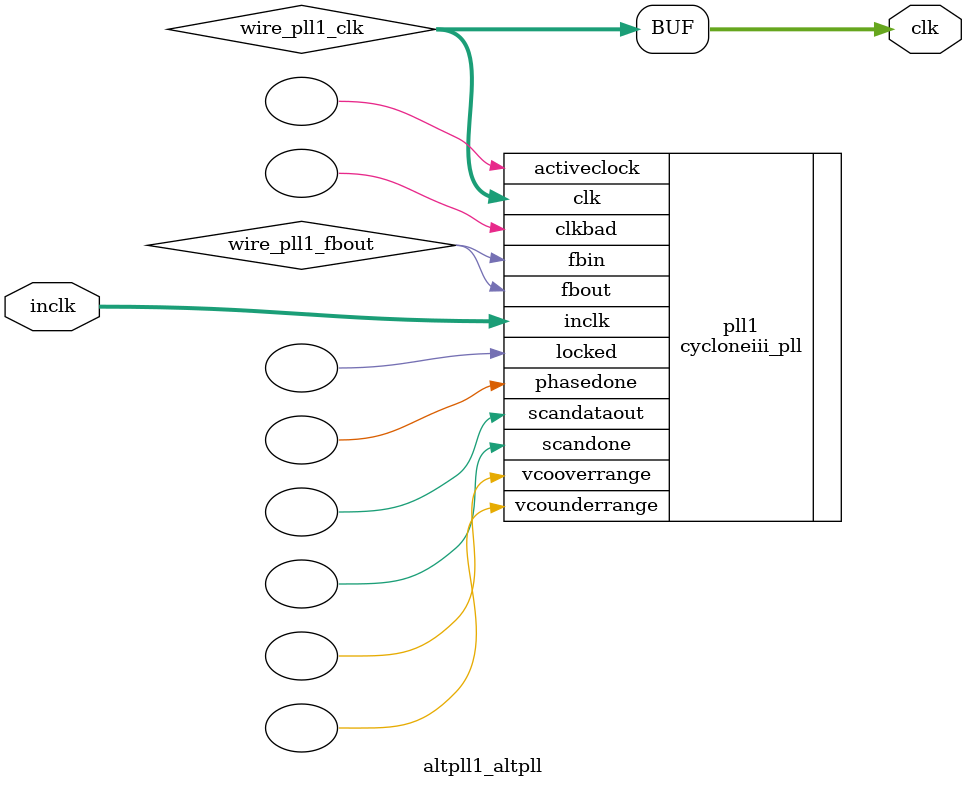
<source format=v>






//synthesis_resources = cycloneiii_pll 1 
//synopsys translate_off
`timescale 1 ps / 1 ps
//synopsys translate_on
module  altpll1_altpll
	( 
	clk,
	inclk) /* synthesis synthesis_clearbox=1 */;
	output   [4:0]  clk;
	input   [1:0]  inclk;
`ifndef ALTERA_RESERVED_QIS
// synopsys translate_off
`endif
	tri0   [1:0]  inclk;
`ifndef ALTERA_RESERVED_QIS
// synopsys translate_on
`endif

	wire  [4:0]   wire_pll1_clk;
	wire  wire_pll1_fbout;

	cycloneiii_pll   pll1
	( 
	.activeclock(),
	.clk(wire_pll1_clk),
	.clkbad(),
	.fbin(wire_pll1_fbout),
	.fbout(wire_pll1_fbout),
	.inclk(inclk),
	.locked(),
	.phasedone(),
	.scandataout(),
	.scandone(),
	.vcooverrange(),
	.vcounderrange()
	`ifndef FORMAL_VERIFICATION
	// synopsys translate_off
	`endif
	,
	.areset(1'b0),
	.clkswitch(1'b0),
	.configupdate(1'b0),
	.pfdena(1'b1),
	.phasecounterselect({3{1'b0}}),
	.phasestep(1'b0),
	.phaseupdown(1'b0),
	.scanclk(1'b0),
	.scanclkena(1'b1),
	.scandata(1'b0)
	`ifndef FORMAL_VERIFICATION
	// synopsys translate_on
	`endif
	);
	defparam
		pll1.bandwidth_type = "auto",
		pll1.clk0_divide_by = 1,
		pll1.clk0_duty_cycle = 50,
		pll1.clk0_multiply_by = 13,
		pll1.clk0_phase_shift = "0",
		pll1.compensate_clock = "clk0",
		pll1.inclk0_input_frequency = 10000,
		pll1.operation_mode = "normal",
		pll1.pll_type = "auto",
		pll1.lpm_type = "cycloneiii_pll";
	assign
		clk = {wire_pll1_clk[4:0]};
endmodule //altpll1_altpll
//VALID FILE

</source>
